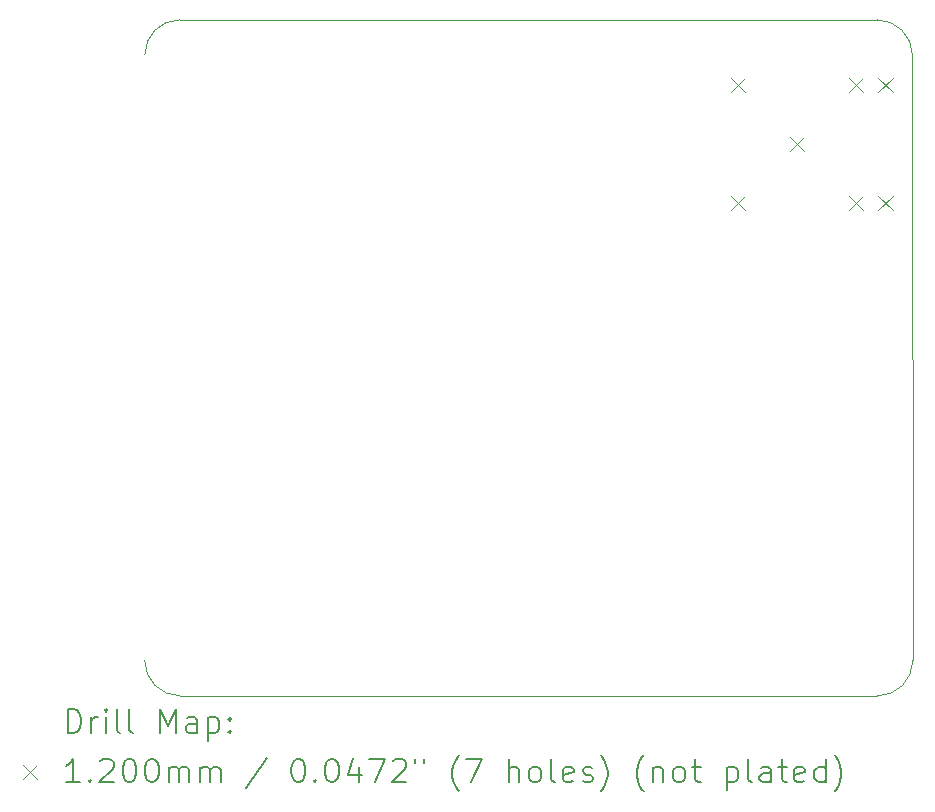
<source format=gbr>
%FSLAX45Y45*%
G04 Gerber Fmt 4.5, Leading zero omitted, Abs format (unit mm)*
G04 Created by KiCad (PCBNEW (6.0.4-0)) date 2022-09-19 22:18:23*
%MOMM*%
%LPD*%
G01*
G04 APERTURE LIST*
%TA.AperFunction,Profile*%
%ADD10C,0.050800*%
%TD*%
%ADD11C,0.200000*%
%ADD12C,0.120000*%
G04 APERTURE END LIST*
D10*
X13245068Y-7451132D02*
X13248640Y-12575260D01*
X6745000Y-12575100D02*
G75*
G03*
X7045000Y-12875100I300000J0D01*
G01*
X13245068Y-7451132D02*
G75*
G03*
X12945068Y-7151132I-299998J2D01*
G01*
X12948640Y-12875260D02*
G75*
G03*
X13248640Y-12575260I0J300000D01*
G01*
X12948640Y-12875260D02*
X7045000Y-12875100D01*
X7045000Y-7150100D02*
G75*
G03*
X6745000Y-7450100I0J-300000D01*
G01*
X7045000Y-7150100D02*
X12945068Y-7151132D01*
D11*
D12*
X11707500Y-7639500D02*
X11827500Y-7759500D01*
X11827500Y-7639500D02*
X11707500Y-7759500D01*
X11707500Y-8639500D02*
X11827500Y-8759500D01*
X11827500Y-8639500D02*
X11707500Y-8759500D01*
X12207500Y-8139500D02*
X12327500Y-8259500D01*
X12327500Y-8139500D02*
X12207500Y-8259500D01*
X12707500Y-7639500D02*
X12827500Y-7759500D01*
X12827500Y-7639500D02*
X12707500Y-7759500D01*
X12707500Y-8639500D02*
X12827500Y-8759500D01*
X12827500Y-8639500D02*
X12707500Y-8759500D01*
X12957500Y-7639500D02*
X13077500Y-7759500D01*
X13077500Y-7639500D02*
X12957500Y-7759500D01*
X12957500Y-8639500D02*
X13077500Y-8759500D01*
X13077500Y-8639500D02*
X12957500Y-8759500D01*
D11*
X6092323Y-13188276D02*
X6092323Y-12988276D01*
X6139942Y-12988276D01*
X6168513Y-12997800D01*
X6187561Y-13016848D01*
X6197085Y-13035895D01*
X6206608Y-13073990D01*
X6206608Y-13102562D01*
X6197085Y-13140657D01*
X6187561Y-13159705D01*
X6168513Y-13178752D01*
X6139942Y-13188276D01*
X6092323Y-13188276D01*
X6292323Y-13188276D02*
X6292323Y-13054943D01*
X6292323Y-13093038D02*
X6301847Y-13073990D01*
X6311370Y-13064467D01*
X6330418Y-13054943D01*
X6349466Y-13054943D01*
X6416132Y-13188276D02*
X6416132Y-13054943D01*
X6416132Y-12988276D02*
X6406608Y-12997800D01*
X6416132Y-13007324D01*
X6425656Y-12997800D01*
X6416132Y-12988276D01*
X6416132Y-13007324D01*
X6539942Y-13188276D02*
X6520894Y-13178752D01*
X6511370Y-13159705D01*
X6511370Y-12988276D01*
X6644704Y-13188276D02*
X6625656Y-13178752D01*
X6616132Y-13159705D01*
X6616132Y-12988276D01*
X6873275Y-13188276D02*
X6873275Y-12988276D01*
X6939942Y-13131133D01*
X7006608Y-12988276D01*
X7006608Y-13188276D01*
X7187561Y-13188276D02*
X7187561Y-13083514D01*
X7178037Y-13064467D01*
X7158989Y-13054943D01*
X7120894Y-13054943D01*
X7101847Y-13064467D01*
X7187561Y-13178752D02*
X7168513Y-13188276D01*
X7120894Y-13188276D01*
X7101847Y-13178752D01*
X7092323Y-13159705D01*
X7092323Y-13140657D01*
X7101847Y-13121609D01*
X7120894Y-13112086D01*
X7168513Y-13112086D01*
X7187561Y-13102562D01*
X7282799Y-13054943D02*
X7282799Y-13254943D01*
X7282799Y-13064467D02*
X7301847Y-13054943D01*
X7339942Y-13054943D01*
X7358989Y-13064467D01*
X7368513Y-13073990D01*
X7378037Y-13093038D01*
X7378037Y-13150181D01*
X7368513Y-13169228D01*
X7358989Y-13178752D01*
X7339942Y-13188276D01*
X7301847Y-13188276D01*
X7282799Y-13178752D01*
X7463751Y-13169228D02*
X7473275Y-13178752D01*
X7463751Y-13188276D01*
X7454228Y-13178752D01*
X7463751Y-13169228D01*
X7463751Y-13188276D01*
X7463751Y-13064467D02*
X7473275Y-13073990D01*
X7463751Y-13083514D01*
X7454228Y-13073990D01*
X7463751Y-13064467D01*
X7463751Y-13083514D01*
D12*
X5714704Y-13457800D02*
X5834704Y-13577800D01*
X5834704Y-13457800D02*
X5714704Y-13577800D01*
D11*
X6197085Y-13608276D02*
X6082799Y-13608276D01*
X6139942Y-13608276D02*
X6139942Y-13408276D01*
X6120894Y-13436848D01*
X6101847Y-13455895D01*
X6082799Y-13465419D01*
X6282799Y-13589228D02*
X6292323Y-13598752D01*
X6282799Y-13608276D01*
X6273275Y-13598752D01*
X6282799Y-13589228D01*
X6282799Y-13608276D01*
X6368513Y-13427324D02*
X6378037Y-13417800D01*
X6397085Y-13408276D01*
X6444704Y-13408276D01*
X6463751Y-13417800D01*
X6473275Y-13427324D01*
X6482799Y-13446371D01*
X6482799Y-13465419D01*
X6473275Y-13493990D01*
X6358989Y-13608276D01*
X6482799Y-13608276D01*
X6606608Y-13408276D02*
X6625656Y-13408276D01*
X6644704Y-13417800D01*
X6654228Y-13427324D01*
X6663751Y-13446371D01*
X6673275Y-13484467D01*
X6673275Y-13532086D01*
X6663751Y-13570181D01*
X6654228Y-13589228D01*
X6644704Y-13598752D01*
X6625656Y-13608276D01*
X6606608Y-13608276D01*
X6587561Y-13598752D01*
X6578037Y-13589228D01*
X6568513Y-13570181D01*
X6558989Y-13532086D01*
X6558989Y-13484467D01*
X6568513Y-13446371D01*
X6578037Y-13427324D01*
X6587561Y-13417800D01*
X6606608Y-13408276D01*
X6797085Y-13408276D02*
X6816132Y-13408276D01*
X6835180Y-13417800D01*
X6844704Y-13427324D01*
X6854228Y-13446371D01*
X6863751Y-13484467D01*
X6863751Y-13532086D01*
X6854228Y-13570181D01*
X6844704Y-13589228D01*
X6835180Y-13598752D01*
X6816132Y-13608276D01*
X6797085Y-13608276D01*
X6778037Y-13598752D01*
X6768513Y-13589228D01*
X6758989Y-13570181D01*
X6749466Y-13532086D01*
X6749466Y-13484467D01*
X6758989Y-13446371D01*
X6768513Y-13427324D01*
X6778037Y-13417800D01*
X6797085Y-13408276D01*
X6949466Y-13608276D02*
X6949466Y-13474943D01*
X6949466Y-13493990D02*
X6958989Y-13484467D01*
X6978037Y-13474943D01*
X7006608Y-13474943D01*
X7025656Y-13484467D01*
X7035180Y-13503514D01*
X7035180Y-13608276D01*
X7035180Y-13503514D02*
X7044704Y-13484467D01*
X7063751Y-13474943D01*
X7092323Y-13474943D01*
X7111370Y-13484467D01*
X7120894Y-13503514D01*
X7120894Y-13608276D01*
X7216132Y-13608276D02*
X7216132Y-13474943D01*
X7216132Y-13493990D02*
X7225656Y-13484467D01*
X7244704Y-13474943D01*
X7273275Y-13474943D01*
X7292323Y-13484467D01*
X7301847Y-13503514D01*
X7301847Y-13608276D01*
X7301847Y-13503514D02*
X7311370Y-13484467D01*
X7330418Y-13474943D01*
X7358989Y-13474943D01*
X7378037Y-13484467D01*
X7387561Y-13503514D01*
X7387561Y-13608276D01*
X7778037Y-13398752D02*
X7606608Y-13655895D01*
X8035180Y-13408276D02*
X8054228Y-13408276D01*
X8073275Y-13417800D01*
X8082799Y-13427324D01*
X8092323Y-13446371D01*
X8101847Y-13484467D01*
X8101847Y-13532086D01*
X8092323Y-13570181D01*
X8082799Y-13589228D01*
X8073275Y-13598752D01*
X8054228Y-13608276D01*
X8035180Y-13608276D01*
X8016132Y-13598752D01*
X8006608Y-13589228D01*
X7997085Y-13570181D01*
X7987561Y-13532086D01*
X7987561Y-13484467D01*
X7997085Y-13446371D01*
X8006608Y-13427324D01*
X8016132Y-13417800D01*
X8035180Y-13408276D01*
X8187561Y-13589228D02*
X8197085Y-13598752D01*
X8187561Y-13608276D01*
X8178037Y-13598752D01*
X8187561Y-13589228D01*
X8187561Y-13608276D01*
X8320894Y-13408276D02*
X8339942Y-13408276D01*
X8358989Y-13417800D01*
X8368513Y-13427324D01*
X8378037Y-13446371D01*
X8387561Y-13484467D01*
X8387561Y-13532086D01*
X8378037Y-13570181D01*
X8368513Y-13589228D01*
X8358989Y-13598752D01*
X8339942Y-13608276D01*
X8320894Y-13608276D01*
X8301847Y-13598752D01*
X8292323Y-13589228D01*
X8282799Y-13570181D01*
X8273275Y-13532086D01*
X8273275Y-13484467D01*
X8282799Y-13446371D01*
X8292323Y-13427324D01*
X8301847Y-13417800D01*
X8320894Y-13408276D01*
X8558990Y-13474943D02*
X8558990Y-13608276D01*
X8511370Y-13398752D02*
X8463751Y-13541609D01*
X8587561Y-13541609D01*
X8644704Y-13408276D02*
X8778037Y-13408276D01*
X8692323Y-13608276D01*
X8844704Y-13427324D02*
X8854228Y-13417800D01*
X8873275Y-13408276D01*
X8920894Y-13408276D01*
X8939942Y-13417800D01*
X8949466Y-13427324D01*
X8958990Y-13446371D01*
X8958990Y-13465419D01*
X8949466Y-13493990D01*
X8835180Y-13608276D01*
X8958990Y-13608276D01*
X9035180Y-13408276D02*
X9035180Y-13446371D01*
X9111370Y-13408276D02*
X9111370Y-13446371D01*
X9406609Y-13684467D02*
X9397085Y-13674943D01*
X9378037Y-13646371D01*
X9368513Y-13627324D01*
X9358990Y-13598752D01*
X9349466Y-13551133D01*
X9349466Y-13513038D01*
X9358990Y-13465419D01*
X9368513Y-13436848D01*
X9378037Y-13417800D01*
X9397085Y-13389228D01*
X9406609Y-13379705D01*
X9463751Y-13408276D02*
X9597085Y-13408276D01*
X9511370Y-13608276D01*
X9825656Y-13608276D02*
X9825656Y-13408276D01*
X9911370Y-13608276D02*
X9911370Y-13503514D01*
X9901847Y-13484467D01*
X9882799Y-13474943D01*
X9854228Y-13474943D01*
X9835180Y-13484467D01*
X9825656Y-13493990D01*
X10035180Y-13608276D02*
X10016132Y-13598752D01*
X10006609Y-13589228D01*
X9997085Y-13570181D01*
X9997085Y-13513038D01*
X10006609Y-13493990D01*
X10016132Y-13484467D01*
X10035180Y-13474943D01*
X10063751Y-13474943D01*
X10082799Y-13484467D01*
X10092323Y-13493990D01*
X10101847Y-13513038D01*
X10101847Y-13570181D01*
X10092323Y-13589228D01*
X10082799Y-13598752D01*
X10063751Y-13608276D01*
X10035180Y-13608276D01*
X10216132Y-13608276D02*
X10197085Y-13598752D01*
X10187561Y-13579705D01*
X10187561Y-13408276D01*
X10368513Y-13598752D02*
X10349466Y-13608276D01*
X10311370Y-13608276D01*
X10292323Y-13598752D01*
X10282799Y-13579705D01*
X10282799Y-13503514D01*
X10292323Y-13484467D01*
X10311370Y-13474943D01*
X10349466Y-13474943D01*
X10368513Y-13484467D01*
X10378037Y-13503514D01*
X10378037Y-13522562D01*
X10282799Y-13541609D01*
X10454228Y-13598752D02*
X10473275Y-13608276D01*
X10511370Y-13608276D01*
X10530418Y-13598752D01*
X10539942Y-13579705D01*
X10539942Y-13570181D01*
X10530418Y-13551133D01*
X10511370Y-13541609D01*
X10482799Y-13541609D01*
X10463751Y-13532086D01*
X10454228Y-13513038D01*
X10454228Y-13503514D01*
X10463751Y-13484467D01*
X10482799Y-13474943D01*
X10511370Y-13474943D01*
X10530418Y-13484467D01*
X10606609Y-13684467D02*
X10616132Y-13674943D01*
X10635180Y-13646371D01*
X10644704Y-13627324D01*
X10654228Y-13598752D01*
X10663751Y-13551133D01*
X10663751Y-13513038D01*
X10654228Y-13465419D01*
X10644704Y-13436848D01*
X10635180Y-13417800D01*
X10616132Y-13389228D01*
X10606609Y-13379705D01*
X10968513Y-13684467D02*
X10958990Y-13674943D01*
X10939942Y-13646371D01*
X10930418Y-13627324D01*
X10920894Y-13598752D01*
X10911370Y-13551133D01*
X10911370Y-13513038D01*
X10920894Y-13465419D01*
X10930418Y-13436848D01*
X10939942Y-13417800D01*
X10958990Y-13389228D01*
X10968513Y-13379705D01*
X11044704Y-13474943D02*
X11044704Y-13608276D01*
X11044704Y-13493990D02*
X11054228Y-13484467D01*
X11073275Y-13474943D01*
X11101847Y-13474943D01*
X11120894Y-13484467D01*
X11130418Y-13503514D01*
X11130418Y-13608276D01*
X11254228Y-13608276D02*
X11235180Y-13598752D01*
X11225656Y-13589228D01*
X11216132Y-13570181D01*
X11216132Y-13513038D01*
X11225656Y-13493990D01*
X11235180Y-13484467D01*
X11254228Y-13474943D01*
X11282799Y-13474943D01*
X11301847Y-13484467D01*
X11311370Y-13493990D01*
X11320894Y-13513038D01*
X11320894Y-13570181D01*
X11311370Y-13589228D01*
X11301847Y-13598752D01*
X11282799Y-13608276D01*
X11254228Y-13608276D01*
X11378037Y-13474943D02*
X11454228Y-13474943D01*
X11406608Y-13408276D02*
X11406608Y-13579705D01*
X11416132Y-13598752D01*
X11435180Y-13608276D01*
X11454228Y-13608276D01*
X11673275Y-13474943D02*
X11673275Y-13674943D01*
X11673275Y-13484467D02*
X11692323Y-13474943D01*
X11730418Y-13474943D01*
X11749466Y-13484467D01*
X11758989Y-13493990D01*
X11768513Y-13513038D01*
X11768513Y-13570181D01*
X11758989Y-13589228D01*
X11749466Y-13598752D01*
X11730418Y-13608276D01*
X11692323Y-13608276D01*
X11673275Y-13598752D01*
X11882799Y-13608276D02*
X11863751Y-13598752D01*
X11854228Y-13579705D01*
X11854228Y-13408276D01*
X12044704Y-13608276D02*
X12044704Y-13503514D01*
X12035180Y-13484467D01*
X12016132Y-13474943D01*
X11978037Y-13474943D01*
X11958989Y-13484467D01*
X12044704Y-13598752D02*
X12025656Y-13608276D01*
X11978037Y-13608276D01*
X11958989Y-13598752D01*
X11949466Y-13579705D01*
X11949466Y-13560657D01*
X11958989Y-13541609D01*
X11978037Y-13532086D01*
X12025656Y-13532086D01*
X12044704Y-13522562D01*
X12111370Y-13474943D02*
X12187561Y-13474943D01*
X12139942Y-13408276D02*
X12139942Y-13579705D01*
X12149466Y-13598752D01*
X12168513Y-13608276D01*
X12187561Y-13608276D01*
X12330418Y-13598752D02*
X12311370Y-13608276D01*
X12273275Y-13608276D01*
X12254228Y-13598752D01*
X12244704Y-13579705D01*
X12244704Y-13503514D01*
X12254228Y-13484467D01*
X12273275Y-13474943D01*
X12311370Y-13474943D01*
X12330418Y-13484467D01*
X12339942Y-13503514D01*
X12339942Y-13522562D01*
X12244704Y-13541609D01*
X12511370Y-13608276D02*
X12511370Y-13408276D01*
X12511370Y-13598752D02*
X12492323Y-13608276D01*
X12454228Y-13608276D01*
X12435180Y-13598752D01*
X12425656Y-13589228D01*
X12416132Y-13570181D01*
X12416132Y-13513038D01*
X12425656Y-13493990D01*
X12435180Y-13484467D01*
X12454228Y-13474943D01*
X12492323Y-13474943D01*
X12511370Y-13484467D01*
X12587561Y-13684467D02*
X12597085Y-13674943D01*
X12616132Y-13646371D01*
X12625656Y-13627324D01*
X12635180Y-13598752D01*
X12644704Y-13551133D01*
X12644704Y-13513038D01*
X12635180Y-13465419D01*
X12625656Y-13436848D01*
X12616132Y-13417800D01*
X12597085Y-13389228D01*
X12587561Y-13379705D01*
M02*

</source>
